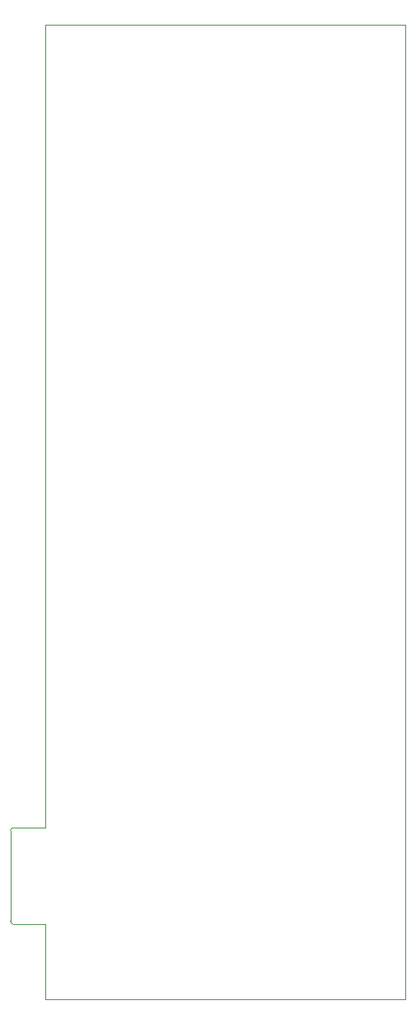
<source format=gbr>
%TF.GenerationSoftware,KiCad,Pcbnew,(6.0.1)*%
%TF.CreationDate,2022-03-12T16:38:44+00:00*%
%TF.ProjectId,Ball_Base_Components,42616c6c-5f42-4617-9365-5f436f6d706f,rev?*%
%TF.SameCoordinates,Original*%
%TF.FileFunction,Profile,NP*%
%FSLAX46Y46*%
G04 Gerber Fmt 4.6, Leading zero omitted, Abs format (unit mm)*
G04 Created by KiCad (PCBNEW (6.0.1)) date 2022-03-12 16:38:44*
%MOMM*%
%LPD*%
G01*
G04 APERTURE LIST*
%TA.AperFunction,Profile*%
%ADD10C,0.100000*%
%TD*%
G04 APERTURE END LIST*
D10*
X162600000Y-56000000D02*
X162600000Y-156000000D01*
X125600000Y-156000000D02*
X162600000Y-156000000D01*
X122300000Y-148300000D02*
X125600000Y-148300000D01*
X125600000Y-56000000D02*
X162600000Y-56000000D01*
X125600000Y-56000000D02*
X125600000Y-138400000D01*
X125600000Y-138400000D02*
X122300000Y-138400000D01*
X122000000Y-138700000D02*
X122000000Y-148000000D01*
X125600000Y-156000000D02*
X125600000Y-148300000D01*
X122000000Y-148000000D02*
G75*
G03*
X122300000Y-148300000I300000J0D01*
G01*
X122300000Y-138400000D02*
G75*
G03*
X122000000Y-138700000I0J-300000D01*
G01*
M02*

</source>
